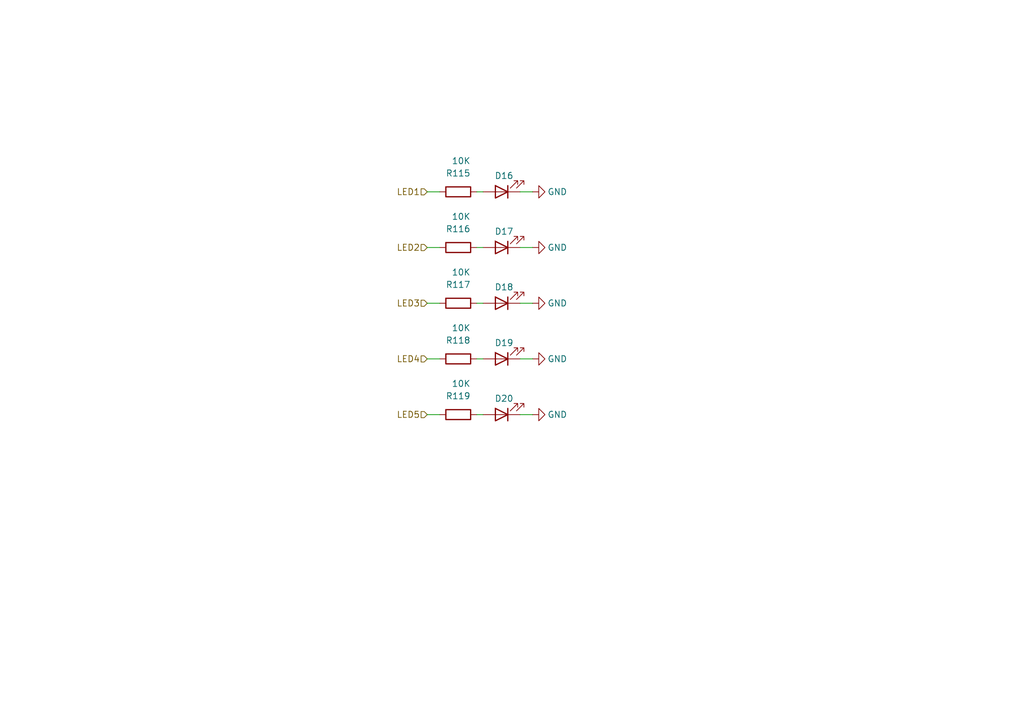
<source format=kicad_sch>
(kicad_sch (version 20231120) (generator "eeschema") (generator_version "8.0")
  (paper "A5")
  (lib_symbols
    (symbol "PnP_Mother_Board:GND" (power) (pin_numbers hide) (pin_names (offset 0) hide)
      (property "Value" "GND" (at 0 -3.81 0))
      (symbol "GND_0_1"
        (polyline (pts (xy 0 0) (xy 0 -1.27) (xy 1.27 -1.27) (xy 0 -2.54) (xy -1.27 -1.27) (xy 0 -1.27)))
      )
      (symbol "GND_1_1"
        (pin power_in line (at 0 0 270) (length 0) (name "~") (number "1"))
      )
    )
    (symbol "PnP_Mother_Board:LED" (pin_numbers hide) (pin_names (offset 1.016) hide)
      (property "Reference" "D" (at 0 2.54 0))
      (property "Value" "LED" (at 0 -2.54 0))
      (symbol "LED_0_1"
        (polyline (pts (xy -1.27 -1.27) (xy -1.27 1.27)) (stroke (width 0.254)))
        (polyline (pts (xy -1.27 0) (xy 1.27 0)))
        (polyline (pts (xy 1.27 -1.27) (xy 1.27 1.27) (xy -1.27 0) (xy 1.27 -1.27)) (stroke (width 0.254)))
        (polyline (pts (xy -3.048 -0.762) (xy -4.572 -2.286) (xy -3.81 -2.286) (xy -4.572 -2.286) (xy -4.572 -1.524)))
        (polyline (pts (xy -1.778 -0.762) (xy -3.302 -2.286) (xy -2.54 -2.286) (xy -3.302 -2.286) (xy -3.302 -1.524)))
      )
      (symbol "LED_1_1"
        (pin passive line (at -3.81 0 0) (length 2.54) (name "K") (number "1"))
        (pin passive line (at 3.81 0 180) (length 2.54) (name "A") (number "2"))
      )
    )
    (symbol "PnP_Mother_Board:R" (pin_numbers hide) (pin_names (offset 0))
      (property "Reference" "R" (at 2.032 0 90))
      (property "Value" "R" (at 0 0 90))
      (symbol "R_0_1"
        (rectangle (start -1.016 -2.54) (end 1.016 2.54) (stroke (width 0.254)))
      )
      (symbol "R_1_1"
        (pin passive line (at 0 3.81 270) (length 1.27) (name "~") (number "1"))
        (pin passive line (at 0 -3.81 90) (length 1.27) (name "~") (number "2"))
      )
    )
  )
  (wire (pts (xy 106.68 50.8) (xy 109.22 50.8)))
  (wire (pts (xy 97.79 73.66) (xy 99.06 73.66)))
  (wire (pts (xy 97.79 62.23) (xy 99.06 62.23)))
  (wire (pts (xy 87.63 85.09) (xy 90.17 85.09)))
  (wire (pts (xy 87.63 62.23) (xy 90.17 62.23)))
  (wire (pts (xy 106.68 62.23) (xy 109.22 62.23)))
  (wire (pts (xy 97.79 50.8) (xy 99.06 50.8)))
  (wire (pts (xy 97.79 85.09) (xy 99.06 85.09)))
  (wire (pts (xy 87.63 73.66) (xy 90.17 73.66)))
  (wire (pts (xy 106.68 85.09) (xy 109.22 85.09)))
  (wire (pts (xy 106.68 73.66) (xy 109.22 73.66)))
  (wire (pts (xy 97.79 39.37) (xy 99.06 39.37)))
  (wire (pts (xy 106.68 39.37) (xy 109.22 39.37)))
  (wire (pts (xy 87.63 50.8) (xy 90.17 50.8)))
  (wire (pts (xy 87.63 39.37) (xy 90.17 39.37)))
  (hierarchical_label "LED5" (shape input) (at 87.63 85.09 180))
  (hierarchical_label "LED1" (shape input) (at 87.63 39.37 180))
  (hierarchical_label "LED4" (shape input) (at 87.63 73.66 180))
  (hierarchical_label "LED3" (shape input) (at 87.63 62.23 180))
  (hierarchical_label "LED2" (shape input) (at 87.63 50.8 180))
  (symbol (lib_id "PnP_Mother_Board:GND") (at 109.22 50.8 90) (unit 1)
    (property "Reference" "#PWR0165" (effects (hide yes)))
    (property "Value" "GND" (at 114.3 50.8 90))
    (property "Description" "Power symbol creates a global label with name \"GND\" , ground" (effects (hide yes)))
  )
  (symbol (lib_id "PnP_Mother_Board:R") (at 93.98 73.66 90) (unit 1)
    (property "Reference" "R118" (at 96.52 69.8501 90) (effects (justify left)))
    (property "Value" "10K" (at 96.52 67.3101 90) (effects (justify left)))
    (property "Footprint" "Resistor_SMD:R_0805_2012Metric_Pad1.20x1.40mm_HandSolder" (effects (hide yes)))
    (property "Description" "Resistor" (effects (hide yes)))
  )
  (symbol (lib_id "PnP_Mother_Board:LED") (at 102.87 50.8 180) (unit 1)
    (property "Reference" "D17" (at 103.378 47.498 0))
    (property "Value" "LED" (effects (hide yes)))
    (property "Footprint" "LED_SMD:LED_0805_2012Metric_Pad1.15x1.40mm_HandSolder" (effects (hide yes)))
    (property "Description" "Light emitting diode" (effects (hide yes)))
  )
  (symbol (lib_id "PnP_Mother_Board:GND") (at 109.22 85.09 90) (unit 1)
    (property "Reference" "#PWR0168" (effects (hide yes)))
    (property "Value" "GND" (at 114.3 85.09 90))
    (property "Description" "Power symbol creates a global label with name \"GND\" , ground" (effects (hide yes)))
  )
  (symbol (lib_id "PnP_Mother_Board:GND") (at 109.22 39.37 90) (unit 1)
    (property "Reference" "#PWR0164" (effects (hide yes)))
    (property "Value" "GND" (at 114.3 39.37 90))
    (property "Description" "Power symbol creates a global label with name \"GND\" , ground" (effects (hide yes)))
  )
  (symbol (lib_id "PnP_Mother_Board:R") (at 93.98 39.37 90) (unit 1)
    (property "Reference" "R115" (at 96.52 35.5601 90) (effects (justify left)))
    (property "Value" "10K" (at 96.52 33.0201 90) (effects (justify left)))
    (property "Footprint" "Resistor_SMD:R_0805_2012Metric_Pad1.20x1.40mm_HandSolder" (effects (hide yes)))
    (property "Description" "Resistor" (effects (hide yes)))
  )
  (symbol (lib_id "PnP_Mother_Board:R") (at 93.98 50.8 90) (unit 1)
    (property "Reference" "R116" (at 96.52 46.9901 90) (effects (justify left)))
    (property "Value" "10K" (at 96.52 44.4501 90) (effects (justify left)))
    (property "Footprint" "Resistor_SMD:R_0805_2012Metric_Pad1.20x1.40mm_HandSolder" (effects (hide yes)))
    (property "Description" "Resistor" (effects (hide yes)))
  )
  (symbol (lib_id "PnP_Mother_Board:LED") (at 102.87 73.66 180) (unit 1)
    (property "Reference" "D19" (at 103.378 70.358 0))
    (property "Value" "LED" (effects (hide yes)))
    (property "Footprint" "LED_SMD:LED_0805_2012Metric_Pad1.15x1.40mm_HandSolder" (effects (hide yes)))
    (property "Description" "Light emitting diode" (effects (hide yes)))
  )
  (symbol (lib_id "PnP_Mother_Board:R") (at 93.98 85.09 90) (unit 1)
    (property "Reference" "R119" (at 96.52 81.2801 90) (effects (justify left)))
    (property "Value" "10K" (at 96.52 78.7401 90) (effects (justify left)))
    (property "Footprint" "Resistor_SMD:R_0805_2012Metric_Pad1.20x1.40mm_HandSolder" (effects (hide yes)))
    (property "Description" "Resistor" (effects (hide yes)))
  )
  (symbol (lib_id "PnP_Mother_Board:LED") (at 102.87 85.09 180) (unit 1)
    (property "Reference" "D20" (at 103.378 81.788 0))
    (property "Value" "LED" (effects (hide yes)))
    (property "Footprint" "LED_SMD:LED_0805_2012Metric_Pad1.15x1.40mm_HandSolder" (effects (hide yes)))
    (property "Description" "Light emitting diode" (effects (hide yes)))
  )
  (symbol (lib_id "PnP_Mother_Board:LED") (at 102.87 39.37 180) (unit 1)
    (property "Reference" "D16" (at 103.378 36.068 0))
    (property "Value" "LED" (effects (hide yes)))
    (property "Footprint" "LED_SMD:LED_0805_2012Metric_Pad1.15x1.40mm_HandSolder" (effects (hide yes)))
    (property "Description" "Light emitting diode" (effects (hide yes)))
  )
  (symbol (lib_id "PnP_Mother_Board:GND") (at 109.22 62.23 90) (unit 1)
    (property "Reference" "#PWR0166" (effects (hide yes)))
    (property "Value" "GND" (at 114.3 62.23 90))
    (property "Description" "Power symbol creates a global label with name \"GND\" , ground" (effects (hide yes)))
  )
  (symbol (lib_id "PnP_Mother_Board:R") (at 93.98 62.23 90) (unit 1)
    (property "Reference" "R117" (at 96.52 58.4201 90) (effects (justify left)))
    (property "Value" "10K" (at 96.52 55.8801 90) (effects (justify left)))
    (property "Footprint" "Resistor_SMD:R_0805_2012Metric_Pad1.20x1.40mm_HandSolder" (effects (hide yes)))
    (property "Description" "Resistor" (effects (hide yes)))
  )
  (symbol (lib_id "PnP_Mother_Board:GND") (at 109.22 73.66 90) (unit 1)
    (property "Reference" "#PWR0167" (effects (hide yes)))
    (property "Value" "GND" (at 114.3 73.66 90))
    (property "Description" "Power symbol creates a global label with name \"GND\" , ground" (effects (hide yes)))
  )
  (symbol (lib_id "PnP_Mother_Board:LED") (at 102.87 62.23 180) (unit 1)
    (property "Reference" "D18" (at 103.378 58.928 0))
    (property "Value" "LED" (effects (hide yes)))
    (property "Footprint" "LED_SMD:LED_0805_2012Metric_Pad1.15x1.40mm_HandSolder" (effects (hide yes)))
    (property "Description" "Light emitting diode" (effects (hide yes)))
  )
)
</source>
